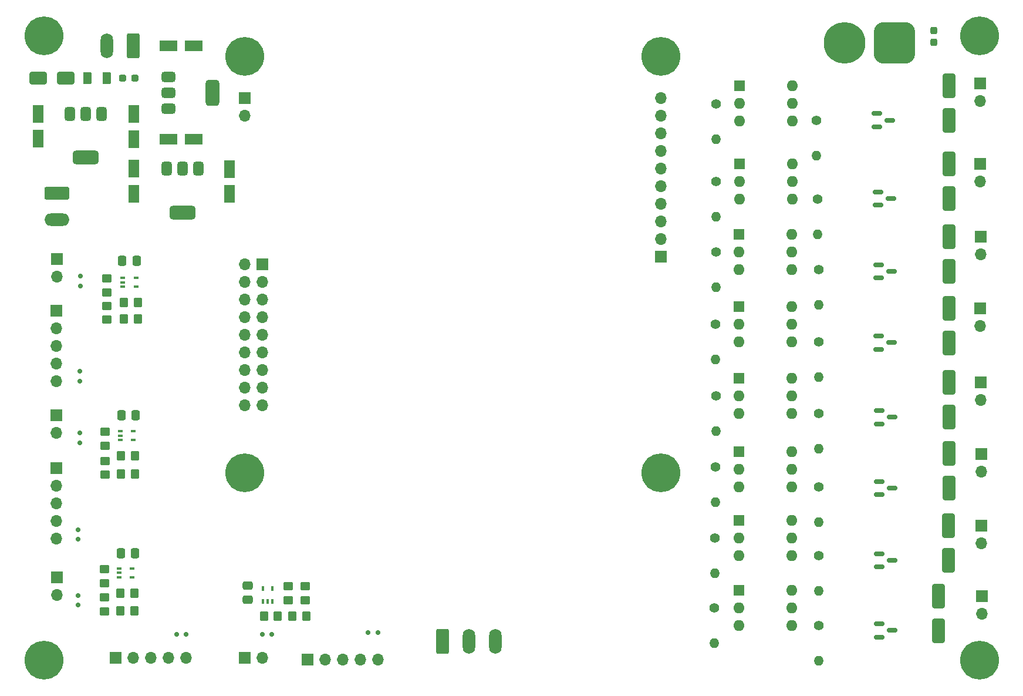
<source format=gbr>
%TF.GenerationSoftware,KiCad,Pcbnew,8.0.0-8.0.0-1~ubuntu20.04.1*%
%TF.CreationDate,2024-06-18T14:04:34-06:00*%
%TF.ProjectId,minibioreactor,6d696e69-6269-46f7-9265-6163746f722e,rev?*%
%TF.SameCoordinates,Original*%
%TF.FileFunction,Soldermask,Top*%
%TF.FilePolarity,Negative*%
%FSLAX46Y46*%
G04 Gerber Fmt 4.6, Leading zero omitted, Abs format (unit mm)*
G04 Created by KiCad (PCBNEW 8.0.0-8.0.0-1~ubuntu20.04.1) date 2024-06-18 14:04:34*
%MOMM*%
%LPD*%
G01*
G04 APERTURE LIST*
G04 Aperture macros list*
%AMRoundRect*
0 Rectangle with rounded corners*
0 $1 Rounding radius*
0 $2 $3 $4 $5 $6 $7 $8 $9 X,Y pos of 4 corners*
0 Add a 4 corners polygon primitive as box body*
4,1,4,$2,$3,$4,$5,$6,$7,$8,$9,$2,$3,0*
0 Add four circle primitives for the rounded corners*
1,1,$1+$1,$2,$3*
1,1,$1+$1,$4,$5*
1,1,$1+$1,$6,$7*
1,1,$1+$1,$8,$9*
0 Add four rect primitives between the rounded corners*
20,1,$1+$1,$2,$3,$4,$5,0*
20,1,$1+$1,$4,$5,$6,$7,0*
20,1,$1+$1,$6,$7,$8,$9,0*
20,1,$1+$1,$8,$9,$2,$3,0*%
G04 Aperture macros list end*
%ADD10RoundRect,0.100000X-0.225000X-0.100000X0.225000X-0.100000X0.225000X0.100000X-0.225000X0.100000X0*%
%ADD11R,1.600000X1.600000*%
%ADD12O,1.600000X1.600000*%
%ADD13R,1.700000X1.700000*%
%ADD14O,1.700000X1.700000*%
%ADD15RoundRect,0.150000X-0.587500X-0.150000X0.587500X-0.150000X0.587500X0.150000X-0.587500X0.150000X0*%
%ADD16RoundRect,0.250000X-0.350000X-0.450000X0.350000X-0.450000X0.350000X0.450000X-0.350000X0.450000X0*%
%ADD17RoundRect,0.250000X-1.550000X0.650000X-1.550000X-0.650000X1.550000X-0.650000X1.550000X0.650000X0*%
%ADD18O,3.600000X1.800000*%
%ADD19RoundRect,0.250000X-0.450000X0.350000X-0.450000X-0.350000X0.450000X-0.350000X0.450000X0.350000X0*%
%ADD20RoundRect,0.250000X-0.550000X1.050000X-0.550000X-1.050000X0.550000X-1.050000X0.550000X1.050000X0*%
%ADD21RoundRect,0.150000X0.200000X-0.150000X0.200000X0.150000X-0.200000X0.150000X-0.200000X-0.150000X0*%
%ADD22RoundRect,0.250000X0.337500X0.475000X-0.337500X0.475000X-0.337500X-0.475000X0.337500X-0.475000X0*%
%ADD23RoundRect,0.250000X0.350000X0.450000X-0.350000X0.450000X-0.350000X-0.450000X0.350000X-0.450000X0*%
%ADD24RoundRect,0.250000X-0.650000X1.500000X-0.650000X-1.500000X0.650000X-1.500000X0.650000X1.500000X0*%
%ADD25RoundRect,0.250000X0.375000X0.625000X-0.375000X0.625000X-0.375000X-0.625000X0.375000X-0.625000X0*%
%ADD26C,1.400000*%
%ADD27O,1.400000X1.400000*%
%ADD28RoundRect,0.237500X0.237500X-0.287500X0.237500X0.287500X-0.237500X0.287500X-0.237500X-0.287500X0*%
%ADD29C,3.600000*%
%ADD30C,5.600000*%
%ADD31RoundRect,0.250000X0.450000X-0.350000X0.450000X0.350000X-0.450000X0.350000X-0.450000X-0.350000X0*%
%ADD32RoundRect,0.250000X-0.475000X0.337500X-0.475000X-0.337500X0.475000X-0.337500X0.475000X0.337500X0*%
%ADD33RoundRect,0.250000X1.050000X0.550000X-1.050000X0.550000X-1.050000X-0.550000X1.050000X-0.550000X0*%
%ADD34RoundRect,0.150000X0.150000X0.200000X-0.150000X0.200000X-0.150000X-0.200000X0.150000X-0.200000X0*%
%ADD35RoundRect,0.375000X-0.625000X-0.375000X0.625000X-0.375000X0.625000X0.375000X-0.625000X0.375000X0*%
%ADD36RoundRect,0.500000X-0.500000X-1.400000X0.500000X-1.400000X0.500000X1.400000X-0.500000X1.400000X0*%
%ADD37RoundRect,0.250000X0.550000X-1.050000X0.550000X1.050000X-0.550000X1.050000X-0.550000X-1.050000X0*%
%ADD38RoundRect,0.250000X0.650000X1.550000X-0.650000X1.550000X-0.650000X-1.550000X0.650000X-1.550000X0*%
%ADD39O,1.800000X3.600000*%
%ADD40RoundRect,0.150000X-0.200000X0.150000X-0.200000X-0.150000X0.200000X-0.150000X0.200000X0.150000X0*%
%ADD41RoundRect,0.237500X-0.287500X-0.237500X0.287500X-0.237500X0.287500X0.237500X-0.287500X0.237500X0*%
%ADD42RoundRect,0.150000X-0.150000X-0.200000X0.150000X-0.200000X0.150000X0.200000X-0.150000X0.200000X0*%
%ADD43RoundRect,0.375000X-0.375000X0.625000X-0.375000X-0.625000X0.375000X-0.625000X0.375000X0.625000X0*%
%ADD44RoundRect,0.500000X-1.400000X0.500000X-1.400000X-0.500000X1.400000X-0.500000X1.400000X0.500000X0*%
%ADD45RoundRect,0.250000X-0.650000X-1.550000X0.650000X-1.550000X0.650000X1.550000X-0.650000X1.550000X0*%
%ADD46RoundRect,1.500000X1.500000X1.500000X-1.500000X1.500000X-1.500000X-1.500000X1.500000X-1.500000X0*%
%ADD47C,6.000000*%
%ADD48RoundRect,0.100000X0.100000X-0.225000X0.100000X0.225000X-0.100000X0.225000X-0.100000X-0.225000X0*%
%ADD49RoundRect,0.250000X-1.050000X-0.550000X1.050000X-0.550000X1.050000X0.550000X-1.050000X0.550000X0*%
%ADD50RoundRect,0.250000X-1.000000X-0.650000X1.000000X-0.650000X1.000000X0.650000X-1.000000X0.650000X0*%
G04 APERTURE END LIST*
D10*
%TO.C,U203*%
X115860000Y-111795000D03*
X115860000Y-112445000D03*
X115860000Y-113095000D03*
X117760000Y-113095000D03*
X117760000Y-111795000D03*
%TD*%
D11*
%TO.C,U304*%
X205300000Y-74070000D03*
D12*
X205300000Y-76610000D03*
X205300000Y-79150000D03*
X212920000Y-79150000D03*
X212920000Y-76610000D03*
X212920000Y-74070000D03*
%TD*%
D13*
%TO.C,J301*%
X240095000Y-41920000D03*
D14*
X240095000Y-44460000D03*
%TD*%
D15*
%TO.C,Q302*%
X225345000Y-57550000D03*
X225345000Y-59450000D03*
X227220000Y-58500000D03*
%TD*%
D11*
%TO.C,U301*%
X205380000Y-42200000D03*
D12*
X205380000Y-44740000D03*
X205380000Y-47280000D03*
X213000000Y-47280000D03*
X213000000Y-44740000D03*
X213000000Y-42200000D03*
%TD*%
D13*
%TO.C,J202*%
X106820000Y-74655000D03*
D14*
X106820000Y-77195000D03*
X106820000Y-79735000D03*
X106820000Y-82275000D03*
X106820000Y-84815000D03*
%TD*%
D16*
%TO.C,R202*%
X116560000Y-75795000D03*
X118560000Y-75795000D03*
%TD*%
D13*
%TO.C,J307*%
X240230000Y-105600000D03*
D14*
X240230000Y-108140000D03*
%TD*%
D17*
%TO.C,J2*%
X106930000Y-57690000D03*
D18*
X106930000Y-61500000D03*
%TD*%
D19*
%TO.C,R207*%
X113860000Y-96295000D03*
X113860000Y-98295000D03*
%TD*%
D15*
%TO.C,Q307*%
X225475000Y-109670000D03*
X225475000Y-111570000D03*
X227350000Y-110620000D03*
%TD*%
D20*
%TO.C,C5*%
X117987500Y-54167500D03*
X117987500Y-57767500D03*
%TD*%
D21*
%TO.C,D204*%
X109960000Y-106195000D03*
X109960000Y-107595000D03*
%TD*%
D22*
%TO.C,C201*%
X118410000Y-67445000D03*
X116335000Y-67445000D03*
%TD*%
D23*
%TO.C,R213*%
X138745000Y-118700000D03*
X136745000Y-118700000D03*
%TD*%
D24*
%TO.C,D303*%
X235560000Y-63980000D03*
X235560000Y-68980000D03*
%TD*%
D25*
%TO.C,F1*%
X114067500Y-41100000D03*
X111267500Y-41100000D03*
%TD*%
D26*
%TO.C,R304*%
X216620000Y-58550000D03*
D27*
X216620000Y-63630000D03*
%TD*%
D28*
%TO.C,D3*%
X233362500Y-35987500D03*
X233362500Y-34237500D03*
%TD*%
D29*
%TO.C,H4*%
X134000000Y-98000000D03*
D30*
X134000000Y-98000000D03*
%TD*%
D13*
%TO.C,J4*%
X136540000Y-68000000D03*
D14*
X134000000Y-68000000D03*
X136540000Y-70540000D03*
X134000000Y-70540000D03*
X136540000Y-73080000D03*
X134000000Y-73080000D03*
X136540000Y-75620000D03*
X134000000Y-75620000D03*
X136540000Y-78160000D03*
X134000000Y-78160000D03*
X136540000Y-80700000D03*
X134000000Y-80700000D03*
X136540000Y-83240000D03*
X134000000Y-83240000D03*
X136540000Y-85780000D03*
X134000000Y-85780000D03*
X136540000Y-88320000D03*
X134000000Y-88320000D03*
%TD*%
D31*
%TO.C,R214*%
X142745000Y-116400000D03*
X142745000Y-114400000D03*
%TD*%
D32*
%TO.C,C204*%
X134445000Y-114262500D03*
X134445000Y-116337500D03*
%TD*%
D13*
%TO.C,J303*%
X240140000Y-64000000D03*
D14*
X240140000Y-66540000D03*
%TD*%
D11*
%TO.C,U308*%
X205300000Y-114970000D03*
D12*
X205300000Y-117510000D03*
X205300000Y-120050000D03*
X212920000Y-120050000D03*
X212920000Y-117510000D03*
X212920000Y-114970000D03*
%TD*%
D26*
%TO.C,R306*%
X216820000Y-68750000D03*
D27*
X216820000Y-73830000D03*
%TD*%
D13*
%TO.C,J5*%
X134000000Y-44000000D03*
D14*
X134000000Y-46540000D03*
%TD*%
D10*
%TO.C,U202*%
X116010000Y-91995000D03*
X116010000Y-92645000D03*
X116010000Y-93295000D03*
X117910000Y-93295000D03*
X117910000Y-91995000D03*
%TD*%
D29*
%TO.C,H3*%
X194000000Y-98000000D03*
D30*
X194000000Y-98000000D03*
%TD*%
D33*
%TO.C,C4*%
X126617500Y-36500000D03*
X123017500Y-36500000D03*
%TD*%
D13*
%TO.C,J201*%
X106860000Y-67195000D03*
D14*
X106860000Y-69735000D03*
%TD*%
D29*
%TO.C,H6*%
X105000000Y-35000000D03*
D30*
X105000000Y-35000000D03*
%TD*%
D11*
%TO.C,U305*%
X205300000Y-84400000D03*
D12*
X205300000Y-86940000D03*
X205300000Y-89480000D03*
X212920000Y-89480000D03*
X212920000Y-86940000D03*
X212920000Y-84400000D03*
%TD*%
D26*
%TO.C,R311*%
X201900000Y-97200000D03*
D27*
X201900000Y-102280000D03*
%TD*%
D13*
%TO.C,J6*%
X194000000Y-66860000D03*
D14*
X194000000Y-64320000D03*
X194000000Y-61780000D03*
X194000000Y-59240000D03*
X194000000Y-56700000D03*
X194000000Y-54160000D03*
X194000000Y-51620000D03*
X194000000Y-49080000D03*
X194000000Y-46540000D03*
X194000000Y-44000000D03*
%TD*%
D34*
%TO.C,D206*%
X124150000Y-121290000D03*
X125550000Y-121290000D03*
%TD*%
D26*
%TO.C,R305*%
X202000000Y-66210000D03*
D27*
X202000000Y-71290000D03*
%TD*%
D26*
%TO.C,R310*%
X216820000Y-89450000D03*
D27*
X216820000Y-94530000D03*
%TD*%
D13*
%TO.C,J308*%
X240330000Y-115800000D03*
D14*
X240330000Y-118340000D03*
%TD*%
D13*
%TO.C,J306*%
X240230000Y-95270000D03*
D14*
X240230000Y-97810000D03*
%TD*%
D20*
%TO.C,C1*%
X104167500Y-46250000D03*
X104167500Y-49850000D03*
%TD*%
D35*
%TO.C,U2*%
X123007500Y-40917500D03*
X123007500Y-43217500D03*
D36*
X129307500Y-43217500D03*
D35*
X123007500Y-45517500D03*
%TD*%
D24*
%TO.C,D307*%
X235530000Y-105610000D03*
X235530000Y-110610000D03*
%TD*%
D37*
%TO.C,C2*%
X117967500Y-49900000D03*
X117967500Y-46300000D03*
%TD*%
D13*
%TO.C,J304*%
X240090000Y-74290000D03*
D14*
X240090000Y-76830000D03*
%TD*%
D13*
%TO.C,J204*%
X106790000Y-97365000D03*
D14*
X106790000Y-99905000D03*
X106790000Y-102445000D03*
X106790000Y-104985000D03*
X106790000Y-107525000D03*
%TD*%
D24*
%TO.C,D301*%
X235620000Y-53480000D03*
X235620000Y-58480000D03*
%TD*%
D38*
%TO.C,J1*%
X117867500Y-36500000D03*
D39*
X114057500Y-36500000D03*
%TD*%
D26*
%TO.C,R303*%
X202020000Y-56010000D03*
D27*
X202020000Y-61090000D03*
%TD*%
D40*
%TO.C,D205*%
X109960000Y-117095000D03*
X109960000Y-115695000D03*
%TD*%
D26*
%TO.C,R307*%
X201920000Y-76610000D03*
D27*
X201920000Y-81690000D03*
%TD*%
D15*
%TO.C,Q303*%
X225405000Y-68040000D03*
X225405000Y-69940000D03*
X227280000Y-68990000D03*
%TD*%
D21*
%TO.C,D202*%
X110160000Y-83395000D03*
X110160000Y-84795000D03*
%TD*%
D29*
%TO.C,H8*%
X240000000Y-125000000D03*
D30*
X240000000Y-125000000D03*
%TD*%
D29*
%TO.C,H2*%
X134000000Y-38000000D03*
D30*
X134000000Y-38000000D03*
%TD*%
D31*
%TO.C,R201*%
X114060000Y-71995000D03*
X114060000Y-69995000D03*
%TD*%
D41*
%TO.C,D1*%
X116367500Y-41100000D03*
X118117500Y-41100000D03*
%TD*%
D40*
%TO.C,D201*%
X110260000Y-71095000D03*
X110260000Y-69695000D03*
%TD*%
D16*
%TO.C,R212*%
X116060000Y-115395000D03*
X118060000Y-115395000D03*
%TD*%
D11*
%TO.C,U307*%
X205300000Y-104860000D03*
D12*
X205300000Y-107400000D03*
X205300000Y-109940000D03*
X212920000Y-109940000D03*
X212920000Y-107400000D03*
X212920000Y-104860000D03*
%TD*%
D26*
%TO.C,R301*%
X202020000Y-44810000D03*
D27*
X202020000Y-49890000D03*
%TD*%
D42*
%TO.C,D207*%
X137900000Y-121300000D03*
X136500000Y-121300000D03*
%TD*%
D10*
%TO.C,U201*%
X116410000Y-69895000D03*
X116410000Y-70545000D03*
X116410000Y-71195000D03*
X118310000Y-71195000D03*
X118310000Y-69895000D03*
%TD*%
D43*
%TO.C,U3*%
X127300000Y-54180000D03*
X125000000Y-54180000D03*
D44*
X125000000Y-60480000D03*
D43*
X122700000Y-54180000D03*
%TD*%
D15*
%TO.C,Q301*%
X225165000Y-46230000D03*
X225165000Y-48130000D03*
X227040000Y-47180000D03*
%TD*%
D26*
%TO.C,R308*%
X216820000Y-79150000D03*
D27*
X216820000Y-84230000D03*
%TD*%
D26*
%TO.C,R314*%
X216820000Y-109950000D03*
D27*
X216820000Y-115030000D03*
%TD*%
D37*
%TO.C,C6*%
X131787500Y-57817500D03*
X131787500Y-54217500D03*
%TD*%
D45*
%TO.C,J7*%
X162545000Y-122342500D03*
D39*
X166355000Y-122342500D03*
X170165000Y-122342500D03*
%TD*%
D11*
%TO.C,U303*%
X205260000Y-63670000D03*
D12*
X205260000Y-66210000D03*
X205260000Y-68750000D03*
X212880000Y-68750000D03*
X212880000Y-66210000D03*
X212880000Y-63670000D03*
%TD*%
D26*
%TO.C,R316*%
X216800000Y-120000000D03*
D27*
X216800000Y-125080000D03*
%TD*%
D24*
%TO.C,D302*%
X235560000Y-42200000D03*
X235560000Y-47200000D03*
%TD*%
D15*
%TO.C,Q305*%
X225495000Y-89050000D03*
X225495000Y-90950000D03*
X227370000Y-90000000D03*
%TD*%
D24*
%TO.C,D308*%
X234060000Y-115770000D03*
X234060000Y-120770000D03*
%TD*%
D29*
%TO.C,H1*%
X194000000Y-38000000D03*
D30*
X194000000Y-38000000D03*
%TD*%
D15*
%TO.C,Q304*%
X225445000Y-78310000D03*
X225445000Y-80210000D03*
X227320000Y-79260000D03*
%TD*%
D16*
%TO.C,R215*%
X140845000Y-118700000D03*
X142845000Y-118700000D03*
%TD*%
D26*
%TO.C,R302*%
X216420000Y-47250000D03*
D27*
X216420000Y-52330000D03*
%TD*%
D40*
%TO.C,D203*%
X110160000Y-93695000D03*
X110160000Y-92295000D03*
%TD*%
D22*
%TO.C,C203*%
X118160000Y-109595000D03*
X116085000Y-109595000D03*
%TD*%
D24*
%TO.C,D305*%
X235570000Y-84970000D03*
X235570000Y-89970000D03*
%TD*%
D13*
%TO.C,J206*%
X115400000Y-124670000D03*
D14*
X117940000Y-124670000D03*
X120480000Y-124670000D03*
X123020000Y-124670000D03*
X125560000Y-124670000D03*
%TD*%
D31*
%TO.C,R209*%
X113760000Y-113895000D03*
X113760000Y-111895000D03*
%TD*%
D13*
%TO.C,J302*%
X240110000Y-53450000D03*
D14*
X240110000Y-55990000D03*
%TD*%
D46*
%TO.C,J3*%
X227700000Y-36000000D03*
D47*
X220500000Y-36000000D03*
%TD*%
D13*
%TO.C,J203*%
X106790000Y-89715000D03*
D14*
X106790000Y-92255000D03*
%TD*%
D16*
%TO.C,R208*%
X116160000Y-95595000D03*
X118160000Y-95595000D03*
%TD*%
%TO.C,R210*%
X116060000Y-117895000D03*
X118060000Y-117895000D03*
%TD*%
D48*
%TO.C,U204*%
X136645000Y-116600000D03*
X137295000Y-116600000D03*
X137945000Y-116600000D03*
X137945000Y-114700000D03*
X136645000Y-114700000D03*
%TD*%
D16*
%TO.C,R206*%
X116160000Y-98195000D03*
X118160000Y-98195000D03*
%TD*%
D26*
%TO.C,R315*%
X201700000Y-117500000D03*
D27*
X201700000Y-122580000D03*
%TD*%
D43*
%TO.C,U1*%
X113367500Y-46250000D03*
X111067500Y-46250000D03*
D44*
X111067500Y-52550000D03*
D43*
X108767500Y-46250000D03*
%TD*%
D11*
%TO.C,U302*%
X205400000Y-53470000D03*
D12*
X205400000Y-56010000D03*
X205400000Y-58550000D03*
X213020000Y-58550000D03*
X213020000Y-56010000D03*
X213020000Y-53470000D03*
%TD*%
D15*
%TO.C,Q306*%
X225475000Y-99280000D03*
X225475000Y-101180000D03*
X227350000Y-100230000D03*
%TD*%
D49*
%TO.C,C3*%
X123017500Y-49900000D03*
X126617500Y-49900000D03*
%TD*%
D26*
%TO.C,R309*%
X202020000Y-86910000D03*
D27*
X202020000Y-91990000D03*
%TD*%
D22*
%TO.C,C202*%
X118260000Y-89695000D03*
X116185000Y-89695000D03*
%TD*%
D34*
%TO.C,D208*%
X151782500Y-121010000D03*
X153182500Y-121010000D03*
%TD*%
D26*
%TO.C,R312*%
X216820000Y-100050000D03*
D27*
X216820000Y-105130000D03*
%TD*%
D19*
%TO.C,R211*%
X113760000Y-115995000D03*
X113760000Y-117995000D03*
%TD*%
D26*
%TO.C,R313*%
X201820000Y-107450000D03*
D27*
X201820000Y-112530000D03*
%TD*%
D19*
%TO.C,R203*%
X114060000Y-73945000D03*
X114060000Y-75945000D03*
%TD*%
D13*
%TO.C,J207*%
X133965000Y-124650000D03*
D14*
X136505000Y-124650000D03*
%TD*%
D31*
%TO.C,R205*%
X113860000Y-94095000D03*
X113860000Y-92095000D03*
%TD*%
D24*
%TO.C,D304*%
X235560000Y-74270000D03*
X235560000Y-79270000D03*
%TD*%
D50*
%TO.C,D2*%
X104167500Y-41100000D03*
X108167500Y-41100000D03*
%TD*%
D13*
%TO.C,J208*%
X143030000Y-124930000D03*
D14*
X145570000Y-124930000D03*
X148110000Y-124930000D03*
X150650000Y-124930000D03*
X153190000Y-124930000D03*
%TD*%
D15*
%TO.C,Q308*%
X225480000Y-119800000D03*
X225480000Y-121700000D03*
X227355000Y-120750000D03*
%TD*%
D24*
%TO.C,D306*%
X235570000Y-95260000D03*
X235570000Y-100260000D03*
%TD*%
D13*
%TO.C,J305*%
X240190000Y-84950000D03*
D14*
X240190000Y-87490000D03*
%TD*%
D31*
%TO.C,R216*%
X140245000Y-116400000D03*
X140245000Y-114400000D03*
%TD*%
D29*
%TO.C,H5*%
X240000000Y-35000000D03*
D30*
X240000000Y-35000000D03*
%TD*%
D13*
%TO.C,J205*%
X106860000Y-113120000D03*
D14*
X106860000Y-115660000D03*
%TD*%
D11*
%TO.C,U306*%
X205300000Y-94970000D03*
D12*
X205300000Y-97510000D03*
X205300000Y-100050000D03*
X212920000Y-100050000D03*
X212920000Y-97510000D03*
X212920000Y-94970000D03*
%TD*%
D16*
%TO.C,R204*%
X116560000Y-73445000D03*
X118560000Y-73445000D03*
%TD*%
D29*
%TO.C,H7*%
X105000000Y-125000000D03*
D30*
X105000000Y-125000000D03*
%TD*%
M02*

</source>
